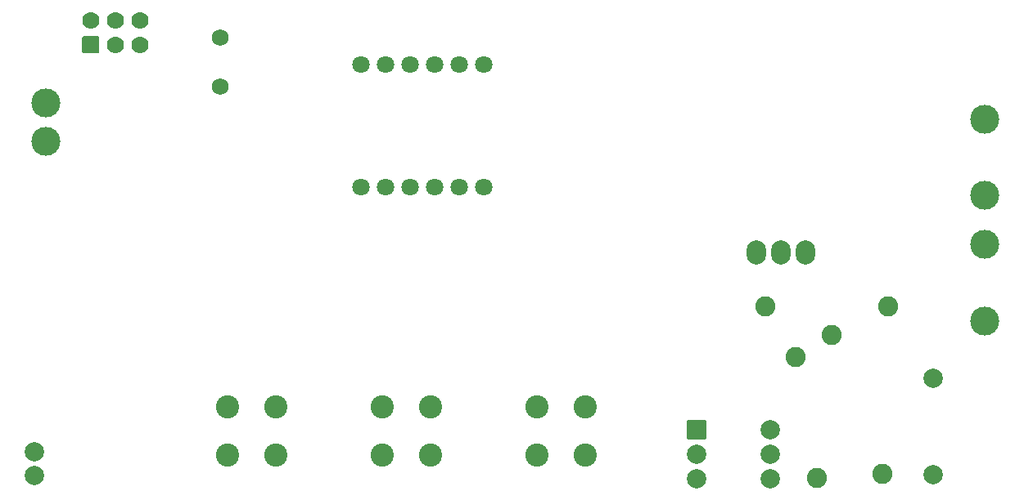
<source format=gbs>
G04 Layer: BottomSolderMaskLayer*
G04 EasyEDA v6.5.15, 2022-09-18 23:53:43*
G04 d3691748ad514627a52f7aef6c0eae22,d4513426d2154aa39f2c2607306ca696,10*
G04 Gerber Generator version 0.2*
G04 Scale: 100 percent, Rotated: No, Reflected: No *
G04 Dimensions in millimeters *
G04 leading zeros omitted , absolute positions ,4 integer and 5 decimal *
%FSLAX45Y45*%
%MOMM*%

%AMMACRO1*1,1,$1,$2,$3*1,1,$1,$4,$5*1,1,$1,0-$2,0-$3*1,1,$1,0-$4,0-$5*20,1,$1,$2,$3,$4,$5,0*20,1,$1,$4,$5,0-$2,0-$3,0*20,1,$1,0-$2,0-$3,0-$4,0-$5,0*20,1,$1,0-$4,0-$5,$2,$3,0*4,1,4,$2,$3,$4,$5,0-$2,0-$3,0-$4,0-$5,$2,$3,0*%
%ADD10C,1.8032*%
%ADD11C,2.4032*%
%ADD12C,3.0032*%
%ADD13C,2.0828*%
%ADD14C,1.7780*%
%ADD15MACRO1,0.2032X-0.7874X0.7874X0.7874X0.7874*%
%ADD16MACRO1,0.2032X-0.9X0.9X0.9X0.9*%
%ADD17C,2.0032*%
%ADD18O,1.9999959999999999X2.4999949999999997*%
%ADD19C,1.7272*%

%LPD*%
D10*
G01*
X4897500Y-1872513D03*
G01*
X4643500Y-1872513D03*
G01*
X4389500Y-1872513D03*
G01*
X4135500Y-1872513D03*
G01*
X3881500Y-1872513D03*
G01*
X3627500Y-1872513D03*
G01*
X3627500Y-602513D03*
G01*
X3881500Y-602513D03*
G01*
X4135500Y-602513D03*
G01*
X4389500Y-602513D03*
G01*
X4643500Y-602513D03*
G01*
X4897500Y-602513D03*
D11*
G01*
X2749981Y-4150004D03*
G01*
X2749981Y-4650003D03*
G01*
X2249982Y-4650003D03*
G01*
X2249982Y-4150004D03*
G01*
X4349978Y-4150004D03*
G01*
X4349978Y-4650003D03*
G01*
X3849979Y-4650003D03*
G01*
X3849979Y-4150004D03*
G01*
X5950178Y-4150156D03*
G01*
X5950178Y-4650155D03*
G01*
X5450179Y-4650155D03*
G01*
X5450179Y-4150156D03*
D12*
G01*
X10086975Y-1166418D03*
G01*
X10086975Y-1958441D03*
D13*
G01*
X8501430Y-3408730D03*
G01*
X9022664Y-4840833D03*
D14*
G01*
X1345463Y-145973D03*
G01*
X1345463Y-399973D03*
G01*
X1091463Y-145973D03*
G01*
X1091463Y-399973D03*
G01*
X837463Y-145973D03*
D15*
G01*
X837455Y-399978D03*
D16*
G01*
X7106500Y-4383498D03*
D17*
G01*
X7106513Y-4637506D03*
G01*
X7106513Y-4891506D03*
G01*
X7868513Y-4383506D03*
G01*
X7868513Y-4637506D03*
G01*
X7868513Y-4891506D03*
D18*
G01*
X7975091Y-2549905D03*
G01*
X7721091Y-2549905D03*
G01*
X8229091Y-2549905D03*
D13*
G01*
X8347760Y-4887848D03*
G01*
X8127238Y-3637153D03*
G01*
X7814995Y-3112490D03*
G01*
X9084995Y-3112490D03*
D17*
G01*
X250012Y-4612411D03*
G01*
X250012Y-4862601D03*
D12*
G01*
X375005Y-1397990D03*
G01*
X375005Y-1002004D03*
D17*
G01*
X9549891Y-4850003D03*
G01*
X9549891Y-3850004D03*
D19*
G01*
X2174875Y-828979D03*
G01*
X2174875Y-320979D03*
D12*
G01*
X10086975Y-2466339D03*
G01*
X10086975Y-3258362D03*
M02*

</source>
